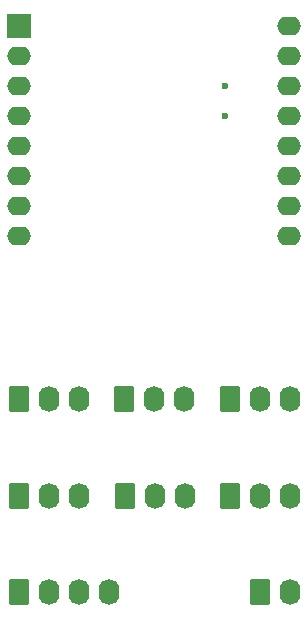
<source format=gts>
G04 #@! TF.GenerationSoftware,KiCad,Pcbnew,8.0.4*
G04 #@! TF.CreationDate,2024-07-25T20:49:12+02:00*
G04 #@! TF.ProjectId,hmmctrl,686d6d63-7472-46c2-9e6b-696361645f70,rev?*
G04 #@! TF.SameCoordinates,Original*
G04 #@! TF.FileFunction,Soldermask,Top*
G04 #@! TF.FilePolarity,Negative*
%FSLAX46Y46*%
G04 Gerber Fmt 4.6, Leading zero omitted, Abs format (unit mm)*
G04 Created by KiCad (PCBNEW 8.0.4) date 2024-07-25 20:49:12*
%MOMM*%
%LPD*%
G01*
G04 APERTURE LIST*
G04 Aperture macros list*
%AMRoundRect*
0 Rectangle with rounded corners*
0 $1 Rounding radius*
0 $2 $3 $4 $5 $6 $7 $8 $9 X,Y pos of 4 corners*
0 Add a 4 corners polygon primitive as box body*
4,1,4,$2,$3,$4,$5,$6,$7,$8,$9,$2,$3,0*
0 Add four circle primitives for the rounded corners*
1,1,$1+$1,$2,$3*
1,1,$1+$1,$4,$5*
1,1,$1+$1,$6,$7*
1,1,$1+$1,$8,$9*
0 Add four rect primitives between the rounded corners*
20,1,$1+$1,$2,$3,$4,$5,0*
20,1,$1+$1,$4,$5,$6,$7,0*
20,1,$1+$1,$6,$7,$8,$9,0*
20,1,$1+$1,$8,$9,$2,$3,0*%
G04 Aperture macros list end*
%ADD10RoundRect,0.250000X-0.620000X-0.845000X0.620000X-0.845000X0.620000X0.845000X-0.620000X0.845000X0*%
%ADD11O,1.740000X2.190000*%
%ADD12R,2.000000X2.000000*%
%ADD13O,2.000000X1.600000*%
%ADD14C,0.600000*%
G04 APERTURE END LIST*
D10*
X90760000Y-69850000D03*
D11*
X93300000Y-69850000D03*
X95840000Y-69850000D03*
D10*
X99675000Y-78050000D03*
D11*
X102215000Y-78050000D03*
X104755000Y-78050000D03*
D10*
X90750000Y-78050000D03*
D11*
X93290000Y-78050000D03*
X95830000Y-78050000D03*
D10*
X90730000Y-86230000D03*
D11*
X93270000Y-86230000D03*
X95810000Y-86230000D03*
X98350000Y-86230000D03*
D10*
X108620000Y-69850000D03*
D11*
X111160000Y-69850000D03*
X113700000Y-69850000D03*
D10*
X99670000Y-69850000D03*
D11*
X102210000Y-69850000D03*
X104750000Y-69850000D03*
D10*
X111160000Y-86230000D03*
D11*
X113700000Y-86230000D03*
D10*
X108600000Y-78055000D03*
D11*
X111140000Y-78055000D03*
X113680000Y-78055000D03*
D12*
X90755000Y-38310000D03*
D13*
X90755000Y-40850000D03*
X90755000Y-43390000D03*
X90755000Y-45930000D03*
X90755000Y-48470000D03*
X90755000Y-51010000D03*
X90755000Y-53550000D03*
X90755000Y-56090000D03*
X113615000Y-56090000D03*
X113615000Y-53550000D03*
X113615000Y-51010000D03*
X113615000Y-48470000D03*
X113615000Y-45930000D03*
X113615000Y-43390000D03*
X113615000Y-40850000D03*
X113615000Y-38310000D03*
D14*
X108200000Y-43400000D03*
X108200000Y-45900000D03*
M02*

</source>
